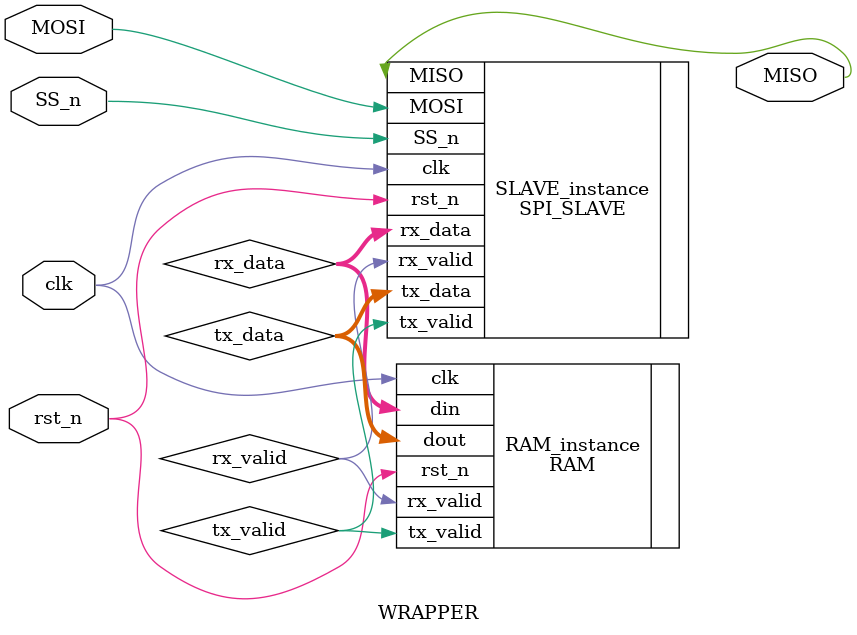
<source format=sv>
module WRAPPER (clk, rst_n, MOSI, MISO, SS_n);


  input  bit   clk;
  input  logic rst_n;
  input  logic MOSI;
  output logic MISO;
  input  logic SS_n;

  logic tx_valid;
  logic rx_valid; 
  logic [9:0] rx_data; 
  logic [7:0] tx_data;


  SPI_SLAVE        SLAVE_instance (
    .clk           (clk),
    .MOSI          (MOSI),
    .MISO          (MISO),
    .SS_n          (SS_n),
    .rst_n         (rst_n),
    .rx_data       (rx_data),
    .rx_valid      (rx_valid),
    .tx_data       (tx_data),
    .tx_valid      (tx_valid)
  );


  RAM              RAM_instance (
  	.clk           (clk),
    .rst_n         (rst_n),
    .tx_valid      (tx_valid),
    .dout          (tx_data),
    .din           (rx_data),
    .rx_valid      (rx_valid)
  );


  `ifdef SIM

  property reset_output_low;
      @(posedge clk)
          (!rst_n) |=> (MISO== 0);
  endproperty
  assert property(reset_output_low)
      else $error("ERROR : reset operation");
  cover property(reset_output_low);


  property MISO_stable;
      @(posedge clk) disable iff (!rst_n) 
        (!tx_valid) |=> $stable(MISO)[->1];
  endproperty
  assert property(MISO_stable)
      else $error("ERROR : MISO stability");
  cover property(MISO_stable);



  `endif
  
endmodule
</source>
